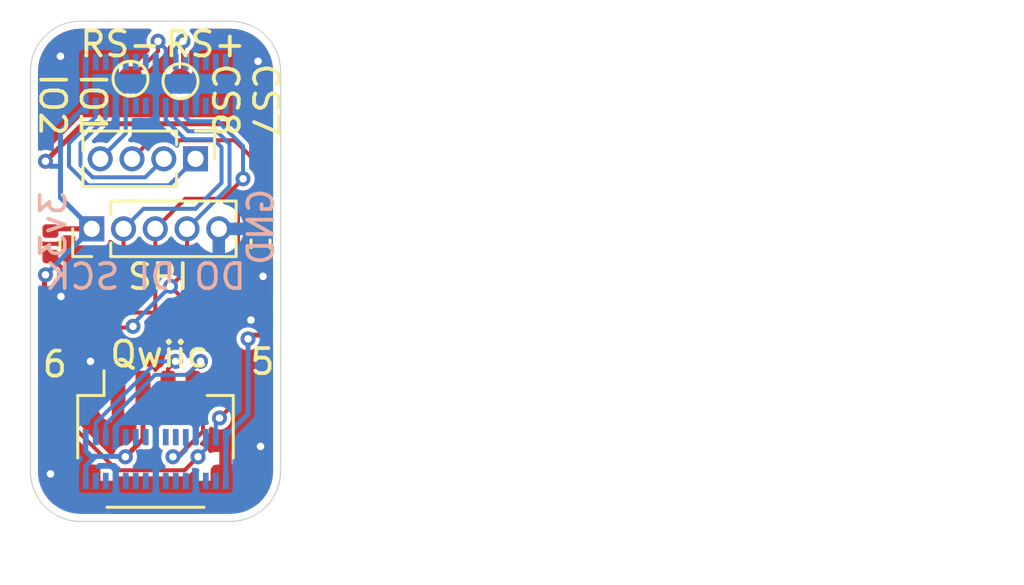
<source format=kicad_pcb>
(kicad_pcb (version 20240108) (generator "pcbnew") (generator_version "8.0")
  (title_block (title "2 connector sensor board") (date "2024-12-27") (rev "V1") (company "Author: Asher Edwards"))
  (layers (0 "F.Cu" signal) (31 "B.Cu" signal) (34 "B.Paste" user) (35 "F.Paste" user) (36 "B.SilkS" user "B.Silkscreen") (37 "F.SilkS" user "F.Silkscreen") (38 "B.Mask" user) (39 "F.Mask" user) (44 "Edge.Cuts" user))
  (net 0 "")
  (net 1 "GND")
  (net 2 "MOSI1")
  (net 3 "VDD")
  (net 4 "MISO1")
  (net 5 "CS5")
  (net 6 "SCK1")
  (net 7 "CS8")
  (net 8 "Free1")
  (net 9 "SCL1")
  (net 10 "RS485+")
  (net 11 "RS485-")
  (net 12 "SDA1")
  (net 13 "CS7")
  (net 14 "CS6")
  (net 15 "Free2")
  (footprint "Connector_PinHeader_1.27mm:PinHeader_1x05_P1.27mm_Vertical" (layer "F.Cu") (at 141.95 100.6 90)
    (property "Reference" "J1" (hide yes))
    (property "Value" "SPI")
    (fp_line (start -1.11 -0.76) (end 0 -0.76) (stroke (width 0.12)) (layer "F.SilkS"))
    (fp_line (start -1.11 0) (end -1.11 -0.76) (stroke (width 0.12)) (layer "F.SilkS"))
    (fp_line (start 1.11 0.76) (end 1.11 5.775) (stroke (width 0.12)) (layer "F.SilkS"))
    (fp_line (start 0.563471 0.76) (end 1.11 0.76) (stroke (width 0.12)) (layer "F.SilkS"))
    (fp_line (start -1.11 0.76) (end -0.563471 0.76) (stroke (width 0.12)) (layer "F.SilkS"))
    (fp_line (start -1.11 0.76) (end -1.11 5.775) (stroke (width 0.12)) (layer "F.SilkS"))
    (fp_line (start 0.30753 5.775) (end 1.11 5.775) (stroke (width 0.12)) (layer "F.SilkS"))
    (fp_line (start -1.11 5.775) (end -0.30753 5.775) (stroke (width 0.12)) (layer "F.SilkS"))
    (pad "1" thru_hole rect (at 0 0 90) (size 1 1) (drill 0.65) (layers "*.Cu" "*.Mask") (net 3 "VDD"))
    (pad "2" thru_hole oval (at 0 1.27 90) (size 1 1) (drill 0.65) (layers "*.Cu" "*.Mask") (net 6 "SCK1"))
    (pad "3" thru_hole oval (at 0 2.54 90) (size 1 1) (drill 0.65) (layers "*.Cu" "*.Mask") (net 4 "MISO1"))
    (pad "4" thru_hole oval (at 0 3.81 90) (size 1 1) (drill 0.65) (layers "*.Cu" "*.Mask") (net 2 "MOSI1"))
    (pad "5" thru_hole oval (at 0 5.08 90) (size 1 1) (drill 0.65) (layers "*.Cu" "*.Mask") (net 1 "GND"))
  )
  (footprint "Connector_JST:JST_SH_SM04B-SRSS-TB_1x04-1MP_P1.00mm_Horizontal" (layer "F.Cu") (at 144.5 109.05)
    (property "Reference" "J7" (hide yes))
    (property "Value" "JST SH")
    (fp_line (start -3.11 -1.785) (end -2.06 -1.785) (stroke (width 0.12)) (layer "F.SilkS"))
    (fp_line (start -3.11 0.715) (end -3.11 -1.785) (stroke (width 0.12)) (layer "F.SilkS"))
    (fp_line (start -2.06 -1.785) (end -2.06 -2.775) (stroke (width 0.12)) (layer "F.SilkS"))
    (fp_line (start -1.94 2.685) (end 1.94 2.685) (stroke (width 0.12)) (layer "F.SilkS"))
    (fp_line (start 3.11 -1.785) (end 2.06 -1.785) (stroke (width 0.12)) (layer "F.SilkS"))
    (fp_line (start 3.11 0.715) (end 3.11 -1.785) (stroke (width 0.12)) (layer "F.SilkS"))
    (pad "1" smd roundrect (at -1.5 -2) (size 0.6 1.55) (layers "F.Cu" "F.Paste" "F.Mask") (net 1 "GND"))
    (pad "2" smd roundrect (at -0.5 -2) (size 0.6 1.55) (layers "F.Cu" "F.Paste" "F.Mask") (net 3 "VDD"))
    (pad "3" smd roundrect (at 0.5 -2) (size 0.6 1.55) (layers "F.Cu" "F.Paste" "F.Mask") (net 12 "SDA1"))
    (pad "4" smd roundrect (at 1.5 -2) (size 0.6 1.55) (layers "F.Cu" "F.Paste" "F.Mask") (net 9 "SCL1"))
    (pad "MP" smd roundrect (at -2.8 1.875) (size 1.2 1.8) (layers "F.Cu" "F.Paste" "F.Mask") (roundrect_rratio 0.208333) (net 1 "GND"))
    (pad "MP" smd roundrect (at 2.8 1.875) (size 1.2 1.8) (layers "F.Cu" "F.Paste" "F.Mask") (roundrect_rratio 0.208333) (net 1 "GND"))
  )
  (footprint "TestPoint:TestPoint_Pad_D1.0mm" (layer "F.Cu") (at 145.5 94.7 -90)
    (property "Reference" "TP2" (hide yes))
    (property "Value" "RS485+")
    (fp_circle (center 0 0) (end 0 0.7) (stroke (width 0.12)) (fill none) (layer "F.SilkS"))
    (pad "1" smd circle (at 0 0 270) (size 1 1) (layers "F.Cu" "F.Mask") (net 10 "RS485+"))
  )
  (footprint "Resistor_SMD:R_0402_1005Metric" (layer "F.Cu") (at 140.3 101.2 -90)
    (property "Reference" "R2" (hide yes))
    (property "Value" "10k")
    (fp_line (start -0.153641 0.38) (end 0.153641 0.38) (stroke (width 0.12)) (layer "F.SilkS"))
    (fp_line (start -0.153641 -0.38) (end 0.153641 -0.38) (stroke (width 0.12)) (layer "F.SilkS"))
    (pad "1" smd roundrect (at -0.51 0 270) (size 0.54 0.64) (layers "F.Cu" "F.Paste" "F.Mask") (net 3 "VDD"))
    (pad "2" smd roundrect (at 0.51 0 270) (size 0.54 0.64) (layers "F.Cu" "F.Paste" "F.Mask") (net 14 "CS6"))
  )
  (footprint "Connector_PinHeader_1.27mm:PinHeader_1x04_P1.27mm_Vertical" (layer "F.Cu") (at 146.1 97.8 -90)
    (property "Reference" "J3" (hide yes))
    (property "Value" "free pins")
    (fp_line (start -1.11 4.505) (end -0.30753 4.505) (stroke (width 0.12)) (layer "F.SilkS"))
    (fp_line (start 0.30753 4.505) (end 1.11 4.505) (stroke (width 0.12)) (layer "F.SilkS"))
    (fp_line (start -1.11 0.76) (end -1.11 4.505) (stroke (width 0.12)) (layer "F.SilkS"))
    (fp_line (start -1.11 0.76) (end -0.563471 0.76) (stroke (width 0.12)) (layer "F.SilkS"))
    (fp_line (start 0.563471 0.76) (end 1.11 0.76) (stroke (width 0.12)) (layer "F.SilkS"))
    (fp_line (start 1.11 0.76) (end 1.11 4.505) (stroke (width 0.12)) (layer "F.SilkS"))
    (fp_line (start -1.11 0) (end -1.11 -0.76) (stroke (width 0.12)) (layer "F.SilkS"))
    (fp_line (start -1.11 -0.76) (end 0 -0.76) (stroke (width 0.12)) (layer "F.SilkS"))
    (pad "1" thru_hole rect (at 0 0 270) (size 1 1) (drill 0.65) (layers "*.Cu" "*.Mask") (net 13 "CS7"))
    (pad "2" thru_hole oval (at 0 1.27 270) (size 1 1) (drill 0.65) (layers "*.Cu" "*.Mask") (net 7 "CS8"))
    (pad "3" thru_hole oval (at 0 2.54 270) (size 1 1) (drill 0.65) (layers "*.Cu" "*.Mask") (net 8 "Free1"))
    (pad "4" thru_hole oval (at 0 3.81 270) (size 1 1) (drill 0.65) (layers "*.Cu" "*.Mask") (net 15 "Free2"))
  )
  (footprint "custom_Interface_HID:fpc_7pin_0.3mm_connector Panasonic" (layer "F.Cu") (at 147.65 103.95 90)
    (property "Reference" "J2" (hide yes))
    (property "Value" "7 pin FPC 0.3mm Panasonic Y3b")
    (pad "1" smd rect (at -0.9 1.29 90) (size 0.23 0.44) (layers "F.Cu" "F.Mask") (net 3 "VDD"))
    (pad "2" smd rect (at -0.6 -1.47 90) (size 0.23 0.34) (layers "F.Cu" "F.Mask") (net 6 "SCK1"))
    (pad "3" smd rect (at -0.3 1.29 90) (size 0.23 0.44) (layers "F.Cu" "F.Mask") (net 1 "GND"))
    (pad "4" smd rect (at 0 -1.47 90) (size 0.23 0.34) (layers "F.Cu" "F.Mask") (net 4 "MISO1"))
    (pad "5" smd rect (at 0.3 1.29 90) (size 0.23 0.44) (layers "F.Cu" "F.Mask") (net 5 "CS5"))
    (pad "6" smd rect (at 0.6 -1.47 90) (size 0.23 0.34) (layers "F.Cu" "F.Mask") (net 2 "MOSI1"))
    (pad "7" smd rect (at 0.9 1.29 90) (size 0.23 0.44) (layers "F.Cu" "F.Mask") (net 1 "GND"))
  )
  (footprint "Resistor_SMD:R_0402_1005Metric" (layer "F.Cu") (at 148.7 101.2 -90)
    (property "Reference" "R4" (hide yes))
    (property "Value" "10k")
    (fp_line (start -0.153641 0.38) (end 0.153641 0.38) (stroke (width 0.12)) (layer "F.SilkS"))
    (fp_line (start -0.153641 -0.38) (end 0.153641 -0.38) (stroke (width 0.12)) (layer "F.SilkS"))
    (pad "1" smd roundrect (at -0.51 0 270) (size 0.54 0.64) (layers "F.Cu" "F.Paste" "F.Mask") (net 3 "VDD"))
    (pad "2" smd roundrect (at 0.51 0 270) (size 0.54 0.64) (layers "F.Cu" "F.Paste" "F.Mask") (net 5 "CS5"))
  )
  (footprint "custom_Interface_HID:fpc_7pin_0.3mm_connector Panasonic" (layer "F.Cu") (at 141.35 103.95 -90)
    (property "Reference" "J5" (hide yes))
    (property "Value" "7 pin FPC 0.3mm Panasonic Y3b")
    (pad "1" smd rect (at -0.9 1.29 270) (size 0.23 0.44) (layers "F.Cu" "F.Mask") (net 3 "VDD"))
    (pad "2" smd rect (at -0.6 -1.47 270) (size 0.23 0.34) (layers "F.Cu" "F.Mask") (net 6 "SCK1"))
    (pad "3" smd rect (at -0.3 1.29 270) (size 0.23 0.44) (layers "F.Cu" "F.Mask") (net 1 "GND"))
    (pad "4" smd rect (at 0 -1.47 270) (size 0.23 0.34) (layers "F.Cu" "F.Mask") (net 4 "MISO1"))
    (pad "5" smd rect (at 0.3 1.29 270) (size 0.23 0.44) (layers "F.Cu" "F.Mask") (net 14 "CS6"))
    (pad "6" smd rect (at 0.6 -1.47 270) (size 0.23 0.34) (layers "F.Cu" "F.Mask") (net 2 "MOSI1"))
    (pad "7" smd rect (at 0.9 1.29 270) (size 0.23 0.44) (layers "F.Cu" "F.Mask") (net 1 "GND"))
  )
  (footprint "TestPoint:TestPoint_Pad_D1.0mm" (layer "F.Cu") (at 143.5 94.6 -90)
    (property "Reference" "TP1" (hide yes))
    (property "Value" "RS485-")
    (fp_circle (center 0 0) (end 0 0.7) (stroke (width 0.12)) (fill none) (layer "F.SilkS"))
    (pad "1" smd circle (at 0 0 270) (size 1 1) (layers "F.Cu" "F.Mask") (net 11 "RS485-"))
  )
  (footprint "custom_testpoints:TE_mezzanine_conn_3-2363962-0" (layer "B.Cu") (at 144.5 94.8 180)
    (property "Reference" "J4" (hide yes))
    (property "Value" "TE 3-2363962-0 Connector" (hide yes))
    (pad "1" smd rect (at -2.81 -0.88 180) (size 0.23 0.65) (layers "B.Cu" "B.Paste" "B.Mask") (net 3 "VDD"))
    (pad "2" smd rect (at -2.81 0.87 180) (size 0.23 0.65) (layers "B.Cu" "B.Paste" "B.Mask") (net 3 "VDD"))
    (pad "3" smd rect (at -2.41 -0.88 180) (size 0.23 0.65) (layers "B.Cu" "B.Paste" "B.Mask") (net 12 "SDA1"))
    (pad "4" smd rect (at -2.41 0.87 180) (size 0.23 0.65) (layers "B.Cu" "B.Paste" "B.Mask") (net 13 "CS7"))
    (pad "5" smd rect (at -2.01 -0.88 180) (size 0.23 0.65) (layers "B.Cu" "B.Paste" "B.Mask") (net 9 "SCL1"))
    (pad "6" smd rect (at -2.01 0.87 180) (size 0.23 0.65) (layers "B.Cu" "B.Paste" "B.Mask") (net 7 "CS8"))
    (pad "7" smd rect (at -1.61 -0.88 180) (size 0.23 0.65) (layers "B.Cu" "B.Paste" "B.Mask") (net 1 "GND"))
    (pad "8" smd rect (at -1.61 0.87 180) (size 0.23 0.65) (layers "B.Cu" "B.Paste" "B.Mask") (net 1 "GND"))
    (pad "9" smd rect (at -1.21 -0.88 180) (size 0.23 0.65) (layers "B.Cu" "B.Paste" "B.Mask") (net 4 "MISO1"))
    (pad "10" smd rect (at -1.21 0.87 180) (size 0.23 0.65) (layers "B.Cu" "B.Paste" "B.Mask") (net 15 "Free2"))
    (pad "11" smd rect (at -0.81 -0.88 180) (size 0.23 0.65) (layers "B.Cu" "B.Paste" "B.Mask") (net 2 "MOSI1"))
    (pad "12" smd rect (at -0.81 0.87 180) (size 0.23 0.65) (layers "B.Cu" "B.Paste" "B.Mask") (net 10 "RS485+"))
    (pad "13" smd rect (at -0.41 -0.88 180) (size 0.23 0.65) (layers "B.Cu" "B.Paste" "B.Mask") (net 6 "SCK1"))
    (pad "14" smd rect (at -0.41 0.87 180) (size 0.23 0.65) (layers "B.Cu" "B.Paste" "B.Mask") (net 11 "RS485-"))
    (pad "15" smd rect (at -0.01 -0.88 180) (size 0.23 0.65) (layers "B.Cu" "B.Paste" "B.Mask") (net 1 "GND"))
    (pad "16" smd rect (at -0.01 0.87 180) (size 0.23 0.65) (layers "B.Cu" "B.Paste" "B.Mask") (net 1 "GND"))
    (pad "17" smd rect (at 0.39 -0.88 180) (size 0.23 0.65) (layers "B.Cu" "B.Paste" "B.Mask") (net 11 "RS485-"))
    (pad "18" smd rect (at 0.39 0.87 180) (size 0.23 0.65) (layers "B.Cu" "B.Paste" "B.Mask") (net 6 "SCK1"))
    (pad "19" smd rect (at 0.79 -0.88 180) (size 0.23 0.65) (layers "B.Cu" "B.Paste" "B.Mask") (net 10 "RS485+"))
    (pad "20" smd rect (at 0.79 0.87 180) (size 0.23 0.65) (layers "B.Cu" "B.Paste" "B.Mask") (net 2 "MOSI1"))
    (pad "21" smd rect (at 1.19 -0.88 180) (size 0.23 0.65) (layers "B.Cu" "B.Paste" "B.Mask") (net 15 "Free2"))
    (pad "22" smd rect (at 1.19 0.87 180) (size 0.23 0.65) (layers "B.Cu" "B.Paste" "B.Mask") (net 4 "MISO1"))
    (pad "23" smd rect (at 1.59 -0.88 180) (size 0.23 0.65) (layers "B.Cu" "B.Paste" "B.Mask") (net 1 "GND"))
    (pad "24" smd rect (at 1.59 0.87 180) (size 0.23 0.65) (layers "B.Cu" "B.Paste" "B.Mask") (net 1 "GND"))
    (pad "25" smd rect (at 1.99 -0.88 180) (size 0.23 0.65) (layers "B.Cu" "B.Paste" "B.Mask") (net 7 "CS8"))
    (pad "26" smd rect (at 1.99 0.87 180) (size 0.23 0.65) (layers "B.Cu" "B.Paste" "B.Mask") (net 9 "SCL1"))
    (pad "27" smd rect (at 2.39 -0.88 180) (size 0.23 0.65) (layers "B.Cu" "B.Paste" "B.Mask") (net 13 "CS7"))
    (pad "28" smd rect (at 2.39 0.87 180) (size 0.23 0.65) (layers "B.Cu" "B.Paste" "B.Mask") (net 12 "SDA1"))
    (pad "29" smd rect (at 2.79 -0.88 180) (size 0.23 0.65) (layers "B.Cu" "B.Paste" "B.Mask") (net 3 "VDD"))
    (pad "30" smd rect (at 2.79 0.87 180) (size 0.23 0.65) (layers "B.Cu" "B.Paste" "B.Mask") (net 3 "VDD"))
    (pad "MP" smd rect (at -3.61 -0.57 180) (size 0.45 0.53) (layers "B.Cu" "B.Paste" "B.Mask") (net 1 "GND"))
    (pad "MP" smd rect (at -3.61 0.56 180) (size 0.45 0.53) (layers "B.Cu" "B.Paste" "B.Mask") (net 1 "GND"))
    (pad "MP" smd rect (at 3.59 -0.57 180) (size 0.45 0.53) (layers "B.Cu" "B.Paste" "B.Mask") (net 1 "GND"))
    (pad "MP" smd rect (at 3.59 0.56 180) (size 0.45 0.53) (layers "B.Cu" "B.Paste" "B.Mask") (net 1 "GND"))
  )
  (footprint "custom_testpoints:TE_mezzanine_conn_3-2363962-0" (layer "B.Cu") (at 144.5 109.8 180)
    (property "Reference" "J15" (hide yes))
    (property "Value" "TE 3-2363962-0 Connector" (hide yes))
    (pad "1" smd rect (at -2.81 -0.88 180) (size 0.23 0.65) (layers "B.Cu" "B.Paste" "B.Mask") (net 3 "VDD"))
    (pad "2" smd rect (at -2.81 0.87 180) (size 0.23 0.65) (layers "B.Cu" "B.Paste" "B.Mask") (net 3 "VDD"))
    (pad "3" smd rect (at -2.41 -0.88 180) (size 0.23 0.65) (layers "B.Cu" "B.Paste" "B.Mask") (net 12 "SDA1"))
    (pad "4" smd rect (at -2.41 0.87 180) (size 0.23 0.65) (layers "B.Cu" "B.Paste" "B.Mask") (net 5 "CS5"))
    (pad "5" smd rect (at -2.01 -0.88 180) (size 0.23 0.65) (layers "B.Cu" "B.Paste" "B.Mask") (net 9 "SCL1"))
    (pad "6" smd rect (at -2.01 0.87 180) (size 0.23 0.65) (layers "B.Cu" "B.Paste" "B.Mask") (net 14 "CS6"))
    (pad "7" smd rect (at -1.61 -0.88 180) (size 0.23 0.65) (layers "B.Cu" "B.Paste" "B.Mask") (net 1 "GND"))
    (pad "8" smd rect (at -1.61 0.87 180) (size 0.23 0.65) (layers "B.Cu" "B.Paste" "B.Mask") (net 1 "GND"))
    (pad "9" smd rect (at -1.21 -0.88 180) (size 0.23 0.65) (layers "B.Cu" "B.Paste" "B.Mask") (net 4 "MISO1"))
    (pad "10" smd rect (at -1.21 0.87 180) (size 0.23 0.65) (layers "B.Cu" "B.Paste" "B.Mask") (net 8 "Free1"))
    (pad "11" smd rect (at -0.81 -0.88 180) (size 0.23 0.65) (layers "B.Cu" "B.Paste" "B.Mask") (net 2 "MOSI1"))
    (pad "12" smd rect (at -0.81 0.87 180) (size 0.23 0.65) (layers "B.Cu" "B.Paste" "B.Mask") (net 10 "RS485+"))
    (pad "13" smd rect (at -0.41 -0.88 180) (size 0.23 0.65) (layers "B.Cu" "B.Paste" "B.Mask") (net 6 "SCK1"))
    (pad "14" smd rect (at -0.41 0.87 180) (size 0.23 0.65) (layers "B.Cu" "B.Paste" "B.Mask") (net 11 "RS485-"))
    (pad "15" smd rect (at -0.01 -0.88 180) (size 0.23 0.65) (layers "B.Cu" "B.Paste" "B.Mask") (net 1 "GND"))
    (pad "16" smd rect (at -0.01 0.87 180) (size 0.23 0.65) (layers "B.Cu" "B.Paste" "B.Mask") (net 1 "GND"))
    (pad "17" smd rect (at 0.39 -0.88 180) (size 0.23 0.65) (layers "B.Cu" "B.Paste" "B.Mask") (net 11 "RS485-"))
    (pad "18" smd rect (at 0.39 0.87 180) (size 0.23 0.65) (layers "B.Cu" "B.Paste" "B.Mask") (net 6 "SCK1"))
    (pad "19" smd rect (at 0.79 -0.88 180) (size 0.23 0.65) (layers "B.Cu" "B.Paste" "B.Mask") (net 10 "RS485+"))
    (pad "20" smd rect (at 0.79 0.87 180) (size 0.23 0.65) (layers "B.Cu" "B.Paste" "B.Mask") (net 2 "MOSI1"))
    (pad "21" smd rect (at 1.19 -0.88 180) (size 0.23 0.65) (layers "B.Cu" "B.Paste" "B.Mask") (net 8 "Free1"))
    (pad "22" smd rect (at 1.19 0.87 180) (size 0.23 0.65) (layers "B.Cu" "B.Paste" "B.Mask") (net 4 "MISO1"))
    (pad "23" smd rect (at 1.59 -0.88 180) (size 0.23 0.65) (layers "B.Cu" "B.Paste" "B.Mask") (net 1 "GND"))
    (pad "24" smd rect (at 1.59 0.87 180) (size 0.23 0.65) (layers "B.Cu" "B.Paste" "B.Mask") (net 1 "GND"))
    (pad "25" smd rect (at 1.99 -0.88 180) (size 0.23 0.65) (layers "B.Cu" "B.Paste" "B.Mask") (net 14 "CS6"))
    (pad "26" smd rect (at 1.99 0.87 180) (size 0.23 0.65) (layers "B.Cu" "B.Paste" "B.Mask") (net 9 "SCL1"))
    (pad "27" smd rect (at 2.39 -0.88 180) (size 0.23 0.65) (layers "B.Cu" "B.Paste" "B.Mask") (net 5 "CS5"))
    (pad "28" smd rect (at 2.39 0.87 180) (size 0.23 0.65) (layers "B.Cu" "B.Paste" "B.Mask") (net 12 "SDA1"))
    (pad "29" smd rect (at 2.79 -0.88 180) (size 0.23 0.65) (layers "B.Cu" "B.Paste" "B.Mask") (net 3 "VDD"))
    (pad "30" smd rect (at 2.79 0.87 180) (size 0.23 0.65) (layers "B.Cu" "B.Paste" "B.Mask") (net 3 "VDD"))
    (pad "MP" smd rect (at -3.61 -0.57 180) (size 0.45 0.53) (layers "B.Cu" "B.Paste" "B.Mask") (net 1 "GND"))
    (pad "MP" smd rect (at -3.61 0.56 180) (size 0.45 0.53) (layers "B.Cu" "B.Paste" "B.Mask") (net 1 "GND"))
    (pad "MP" smd rect (at 3.59 -0.57 180) (size 0.45 0.53) (layers "B.Cu" "B.Paste" "B.Mask") (net 1 "GND"))
    (pad "MP" smd rect (at 3.59 0.56 180) (size 0.45 0.53) (layers "B.Cu" "B.Paste" "B.Mask") (net 1 "GND"))
  )
  (gr_arc (start 141.5 112.3) (mid 140.085786 111.714214) (end 139.5 110.3) (stroke (width 0.05)) (layer "Edge.Cuts"))
  (gr_line (start 149.5 94.3) (end 149.5 110.3) (stroke (width 0.05)) (layer "Edge.Cuts"))
  (gr_line (start 141.5 92.3) (end 147.5 92.3) (stroke (width 0.05)) (layer "Edge.Cuts"))
  (gr_arc (start 149.5 110.3) (mid 148.914214 111.714214) (end 147.5 112.3) (stroke (width 0.05)) (layer "Edge.Cuts"))
  (gr_arc (start 147.5 92.3) (mid 148.914214 92.885786) (end 149.5 94.3) (stroke (width 0.05)) (layer "Edge.Cuts"))
  (gr_arc (start 139.5 94.3) (mid 140.085786 92.885786) (end 141.5 92.3) (stroke (width 0.05)) (layer "Edge.Cuts"))
  (gr_line (start 147.5 112.3) (end 141.5 112.3) (stroke (width 0.05)) (layer "Edge.Cuts"))
  (gr_line (start 139.5 110.3) (end 139.5 94.3) (stroke (width 0.05)) (layer "Edge.Cuts"))
  (gr_text "DO DI SCK" (at 148.2 103.1 0) (layer "B.SilkS") (effects (font (size 1 1)) (justify left bottom mirror)))
  (gr_text "3v3" (at 141 99 90) (layer "B.SilkS") (effects (font (size 1 1)) (justify left bottom mirror)))
  (gr_text "GND" (at 149.3 98.9 90) (layer "B.SilkS") (effects (font (size 1 1)) (justify left bottom mirror)))
  (gr_text "IO1\nIO2" (at 139.8 94.3 -90) (layer "F.SilkS") (effects (font (size 1 1)) (justify left bottom)))
  (gr_text "6" (at 139.9 106.6 0) (layer "F.SilkS") (effects (font (size 1 1)) (justify left bottom)))
  (gr_text "Qwiic" (at 142.6 106.2 0) (layer "F.SilkS") (effects (font (size 1 1)) (justify left bottom)))
  (gr_text "SPI\n" (at 143.3 103.1 0) (layer "F.SilkS") (effects (font (size 1 1)) (justify left bottom)))
  (gr_text "5" (at 148.2 106.5 0) (layer "F.SilkS") (effects (font (size 1 1)) (justify left bottom)))
  (gr_text "CS7\nCS8" (at 146.7 93.9 270) (layer "F.SilkS") (effects (font (size 1 1)) (justify left bottom)))
  (gr_text "RS+" (at 144.8 93.8 -0) (layer "F.SilkS") (effects (font (size 1 1)) (justify left bottom)))
  (gr_text "RS-" (at 141.4 93.8 -0) (layer "F.SilkS") (effects (font (size 1 1)) (justify left bottom)))
  (segment (start 148.94 104.25) (end 148.316195 104.25) (width 0.2) (layer "F.Cu") (net 1))
  (segment (start 148.316195 104.25) (end 148.314936 104.248741) (width 0.2) (layer "F.Cu") (net 1))
  (segment (start 140.06 103.65) (end 140.373699 103.65) (width 0.2) (layer "F.Cu") (net 1))
  (segment (start 148.94 103.05) (end 148.94 102.64) (width 0.2) (layer "F.Cu") (net 1))
  (segment (start 140.373699 103.65) (end 140.717934 103.305765) (width 0.2) (layer "F.Cu") (net 1))
  (segment (start 148.94 102.64) (end 148.8 102.5) (width 0.2) (layer "F.Cu") (net 1))
  (segment (start 143 107.05) (end 143 107) (width 0.2) (layer "F.Cu") (net 1))
  (segment (start 143 107) (end 141.9 105.9) (width 0.2) (layer "F.Cu") (net 1))
  (via (at 148.314936 104.248741) (size 0.6) (drill 0.3) (layers "F.Cu" "B.Cu") (net 1))
  (via (at 140.3 110.4) (size 0.6) (drill 0.3) (layers "F.Cu" "B.Cu") (net 1))
  (via (at 148.7 109.3) (size 0.6) (drill 0.3) (layers "F.Cu" "B.Cu") (net 1))
  (via (at 148.6 93.9) (size 0.6) (drill 0.3) (layers "F.Cu" "B.Cu") (net 1))
  (via (at 141.9 105.9) (size 0.6) (drill 0.3) (layers "F.Cu" "B.Cu") (net 1))
  (via (at 140.717934 103.305765) (size 0.6) (drill 0.3) (layers "F.Cu" "B.Cu") (net 1))
  (via (at 140.7 93.7) (size 0.6) (drill 0.3) (layers "F.Cu" "B.Cu") (net 1))
  (via (at 148.8 102.5) (size 0.6) (drill 0.3) (layers "F.Cu" "B.Cu") (net 1))
  (segment (start 146.18 103.35) (end 145.55 103.35) (width 0.16) (layer "F.Cu") (net 2))
  (segment (start 145.55 103.35) (end 145.1 102.9) (width 0.16) (layer "F.Cu") (net 2))
  (segment (start 145.1 102.9) (end 145.76 102.24) (width 0.16) (layer "F.Cu") (net 2))
  (segment (start 143.55 104.55) (end 142.82 104.55) (width 0.16) (layer "F.Cu") (net 2))
  (segment (start 143.6 104.5) (end 143.55 104.55) (width 0.16) (layer "F.Cu") (net 2))
  (segment (start 145.76 102.24) (end 145.76 100.6) (width 0.16) (layer "F.Cu") (net 2))
  (via (at 143.6 104.5) (size 0.6) (drill 0.3) (layers "F.Cu" "B.Cu") (net 2))
  (via (at 145.1 102.9) (size 0.6) (drill 0.3) (layers "F.Cu" "B.Cu") (net 2))
  (segment (start 145.81 96.7) (end 146.947452 96.7) (width 0.16) (layer "B.Cu") (net 2))
  (segment (start 146.947452 96.7) (end 147.46 97.212548) (width 0.16) (layer "B.Cu") (net 2))
  (segment (start 147.46 97.212548) (end 147.46 98.9) (width 0.16) (layer "B.Cu") (net 2))
  (segment (start 147.46 98.9) (end 145.76 100.6) (width 0.16) (layer "B.Cu") (net 2))
  (segment (start 143.6 104.4) (end 145.1 102.9) (width 0.16) (layer "B.Cu") (net 2))
  (segment (start 145.31 96.2) (end 145.81 96.7) (width 0.16) (layer "B.Cu") (net 2))
  (segment (start 145.31 95.68) (end 145.31 96.2) (width 0.16) (layer "B.Cu") (net 2))
  (segment (start 143.6 104.5) (end 143.6 104.4) (width 0.16) (layer "B.Cu") (net 2))
  (segment (start 148.35 104.85) (end 148.2 105) (width 0.2) (layer "F.Cu") (net 3))
  (segment (start 149.1 97.8) (end 149.1 100.29) (width 0.2) (layer "F.Cu") (net 3))
  (segment (start 144 109.011055) (end 143.296053 109.715002) (width 0.2) (layer "F.Cu") (net 3))
  (segment (start 140.06 103.05) (end 140.06 102.479997) (width 0.2) (layer "F.Cu") (net 3))
  (segment (start 140.1 97.9) (end 141.6 96.4) (width 0.2) (layer "F.Cu") (net 3))
  (segment (start 140.06 102.479997) (end 140.1 102.439997) (width 0.2) (layer "F.Cu") (net 3))
  (segment (start 140.39 100.6) (end 140.3 100.69) (width 0.2) (layer "F.Cu") (net 3))
  (segment (start 149.1 100.29) (end 148.7 100.69) (width 0.2) (layer "F.Cu") (net 3))
  (segment (start 147.7 96.4) (end 149.1 97.8) (width 0.2) (layer "F.Cu") (net 3))
  (segment (start 144 107.05) (end 144 109.011055) (width 0.2) (layer "F.Cu") (net 3))
  (segment (start 141.95 100.6) (end 140.39 100.6) (width 0.2) (layer "F.Cu") (net 3))
  (segment (start 148.94 104.85) (end 148.35 104.85) (width 0.2) (layer "F.Cu") (net 3))
  (segment (start 141.6 96.4) (end 147.7 96.4) (width 0.2) (layer "F.Cu") (net 3))
  (via (at 148.2 105) (size 0.6) (drill 0.3) (layers "F.Cu" "B.Cu") (net 3))
  (via (at 143.296053 109.715002) (size 0.6) (drill 0.3) (layers "F.Cu" "B.Cu") (net 3))
  (via (at 140.1 102.439997) (size 0.6) (drill 0.3) (layers "F.Cu" "B.Cu") (net 3))
  (via (at 140.1 97.9) (size 0.6) (drill 0.3) (layers "F.Cu" "B.Cu") (net 3))
  (segment (start 147.31 108.93) (end 147.31 110.68) (width 0.2) (layer "B.Cu") (net 3))
  (segment (start 141.95 100.6) (end 140.7 99.35) (width 0.2) (layer "B.Cu") (net 3))
  (segment (start 143.296053 109.715002) (end 143.281051 109.7) (width 0.2) (layer "B.Cu") (net 3))
  (segment (start 140.7 99.35) (end 140.7 98.1) (width 0.2) (layer "B.Cu") (net 3))
  (segment (start 140.7 96.69) (end 141.71 95.68) (width 0.2) (layer "B.Cu") (net 3))
  (segment (start 147.31 108.89) (end 147.31 108.93) (width 0.2) (layer "B.Cu") (net 3))
  (segment (start 148.2 105) (end 148.2 108) (width 0.2) (layer "B.Cu") (net 3))
  (segment (start 148.2 108) (end 147.31 108.89) (width 0.2) (layer "B.Cu") (net 3))
  (segment (start 141.71 109.49) (end 141.71 108.93) (width 0.2) (layer "B.Cu") (net 3))
  (segment (start 141.71 110.09) (end 142.1 109.7) (width 0.2) (layer "B.Cu") (net 3))
  (segment (start 140.7 98.1) (end 140.7 96.69) (width 0.2) (layer "B.Cu") (net 3))
  (segment (start 142.1 109.7) (end 141.92 109.7) (width 0.2) (layer "B.Cu") (net 3))
  (segment (start 143.281051 109.7) (end 142.1 109.7) (width 0.2) (layer "B.Cu") (net 3))
  (segment (start 140.3 98.1) (end 140.7 98.1) (width 0.2) (layer "B.Cu") (net 3))
  (segment (start 141.939997 100.6) (end 140.1 102.439997) (width 0.2) (layer "B.Cu") (net 3))
  (segment (start 141.95 100.6) (end 141.939997 100.6) (width 0.2) (layer "B.Cu") (net 3))
  (segment (start 141.92 109.7) (end 141.71 109.49) (width 0.2) (layer "B.Cu") (net 3))
  (segment (start 140.1 97.9) (end 140.3 98.1) (width 0.2) (layer "B.Cu") (net 3))
  (segment (start 141.71 110.68) (end 141.71 110.09) (width 0.2) (layer "B.Cu") (net 3))
  (segment (start 141.71 95.68) (end 141.71 93.93) (width 0.2) (layer "B.Cu") (net 3))
  (segment (start 144.5 103.95) (end 146.18 103.95) (width 0.16) (layer "F.Cu") (net 4))
  (segment (start 145.69 99.4) (end 144.49 100.6) (width 0.16) (layer "F.Cu") (net 4))
  (segment (start 148 98.6) (end 147.2 99.4) (width 0.16) (layer "F.Cu") (net 4))
  (segment (start 144.5 103.95) (end 144.49 103.94) (width 0.16) (layer "F.Cu") (net 4))
  (segment (start 147.2 99.4) (end 145.69 99.4) (width 0.16) (layer "F.Cu") (net 4))
  (segment (start 144.49 103.94) (end 144.49 100.6) (width 0.16) (layer "F.Cu") (net 4))
  (segment (start 142.82 103.95) (end 144.5 103.95) (width 0.16) (layer "F.Cu") (net 4))
  (via (at 148 98.6) (size 0.6) (drill 0.3) (layers "F.Cu" "B.Cu") (net 4))
  (segment (start 147 96.3) (end 145.862548 96.3) (width 0.16) (layer "B.Cu") (net 4))
  (segment (start 148 97.3) (end 147 96.3) (width 0.16) (layer "B.Cu") (net 4))
  (segment (start 145.862548 96.3) (end 145.71 96.147452) (width 0.16) (layer "B.Cu") (net 4))
  (segment (start 145.71 96.147452) (end 145.71 95.68) (width 0.16) (layer "B.Cu") (net 4))
  (segment (start 148 98.6) (end 148 97.3) (width 0.16) (layer "B.Cu") (net 4))
  (segment (start 148.7 101.71) (end 148.15 102.26) (width 0.16) (layer "F.Cu") (net 5))
  (segment (start 148.15 102.26) (end 148.15 103.65) (width 0.16) (layer "F.Cu") (net 5))
  (segment (start 148.15 103.65) (end 147.5 104.3) (width 0.16) (layer "F.Cu") (net 5))
  (segment (start 147.5 107.724013) (end 147.058203 108.16581) (width 0.16) (layer "F.Cu") (net 5))
  (segment (start 148.15 103.65) (end 148.94 103.65) (width 0.16) (layer "F.Cu") (net 5))
  (segment (start 147.5 104.3) (end 147.5 107.724013) (width 0.16) (layer "F.Cu") (net 5))
  (via (at 147.058203 108.16581) (size 0.6) (drill 0.3) (layers "F.Cu" "B.Cu") (net 5))
  (segment (start 146.91 108.314013) (end 147.058203 108.16581) (width 0.16) (layer "B.Cu") (net 5))
  (segment (start 146.91 108.93) (end 146.91 108.314013) (width 0.16) (layer "B.Cu") (net 5))
  (segment (start 142.765 103.35) (end 142.82 103.35) (width 0.16) (layer "F.Cu") (net 6))
  (segment (start 142.41 103.705) (end 142.765 103.35) (width 0.16) (layer "F.Cu") (net 6))
  (segment (start 143.05 103.35) (end 143.22 103.18) (width 0.16) (layer "F.Cu") (net 6))
  (segment (start 142.82 103.35) (end 143.05 103.35) (width 0.16) (layer "F.Cu") (net 6))
  (segment (start 145.63 105.1) (end 142.7 105.1) (width 0.16) (layer "F.Cu") (net 6))
  (segment (start 142.7 105.1) (end 142.41 104.81) (width 0.16) (layer "F.Cu") (net 6))
  (segment (start 143.22 103.18) (end 143.22 100.6) (width 0.16) (layer "F.Cu") (net 6))
  (segment (start 146.18 104.55) (end 145.63 105.1) (width 0.16) (layer "F.Cu") (net 6))
  (segment (start 142.41 104.81) (end 142.41 103.705) (width 0.16) (layer "F.Cu") (net 6))
  (segment (start 147.14 97.345096) (end 147.14 98.76) (width 0.16) (layer "B.Cu") (net 6))
  (segment (start 144.91 95.68) (end 144.91 96.252548) (width 0.16) (layer "B.Cu") (net 6))
  (segment (start 144.02 99.8) (end 143.22 100.6) (width 0.16) (layer "B.Cu") (net 6))
  (segment (start 146.1 99.8) (end 144.02 99.8) (width 0.16) (layer "B.Cu") (net 6))
  (segment (start 145.677452 97.02) (end 146.814904 97.02) (width 0.16) (layer "B.Cu") (net 6))
  (segment (start 144.91 96.252548) (end 145.677452 97.02) (width 0.16) (layer "B.Cu") (net 6))
  (segment (start 146.814904 97.02) (end 147.14 97.345096) (width 0.16) (layer "B.Cu") (net 6))
  (segment (start 147.14 98.76) (end 146.1 99.8) (width 0.16) (layer "B.Cu") (net 6))
  (segment (start 144.83 97.8) (end 144.09 98.54) (width 0.16) (layer "B.Cu") (net 7))
  (segment (start 141.983481 98.54) (end 141.5 98.056519) (width 0.16) (layer "B.Cu") (net 7))
  (segment (start 141.5 98.056519) (end 141.5 97.180832) (width 0.16) (layer "B.Cu") (net 7))
  (segment (start 142.51 96.170832) (end 142.51 95.68) (width 0.16) (layer "B.Cu") (net 7))
  (segment (start 144.09 98.54) (end 141.983481 98.54) (width 0.16) (layer "B.Cu") (net 7))
  (segment (start 141.5 97.180832) (end 142.51 96.170832) (width 0.16) (layer "B.Cu") (net 7))
  (segment (start 148.6 98) (end 148.6 98.763676) (width 0.16) (layer "F.Cu") (net 8))
  (segment (start 146.9 104.5) (end 146.9 107.560337) (width 0.16) (layer "F.Cu") (net 8))
  (segment (start 147.8 99.563676) (end 147.8 101.4) (width 0.16) (layer "F.Cu") (net 8))
  (segment (start 146.9 107.560337) (end 146.4 108.060337) (width 0.16) (layer "F.Cu") (net 8))
  (segment (start 147.8 101.4) (end 146.9 102.3) (width 0.16) (layer "F.Cu") (net 8))
  (segment (start 143.56 97.8) (end 144.3 97.06) (width 0.16) (layer "F.Cu") (net 8))
  (segment (start 148.6 98.763676) (end 147.8 99.563676) (width 0.16) (layer "F.Cu") (net 8))
  (segment (start 147.66 97.06) (end 148.6 98) (width 0.16) (layer "F.Cu") (net 8))
  (segment (start 146.9 102.3) (end 146.9 104.5) (width 0.16) (layer "F.Cu") (net 8))
  (segment (start 146.4 108.060337) (end 146.4 108.7) (width 0.16) (layer "F.Cu") (net 8))
  (segment (start 146.4 108.7) (end 145.384998 109.715002) (width 0.16) (layer "F.Cu") (net 8))
  (segment (start 144.3 97.06) (end 147.66 97.06) (width 0.16) (layer "F.Cu") (net 8))
  (segment (start 145.384998 109.715002) (end 145.19617 109.715002) (width 0.16) (layer "F.Cu") (net 8))
  (via (at 145.19617 109.715002) (size 0.6) (drill 0.3) (layers "F.Cu" "B.Cu") (net 8))
  (segment (start 145.71 109.45) (end 145.71 108.93) (width 0.16) (layer "B.Cu") (net 8))
  (segment (start 145.19617 109.715002) (end 145.444998 109.715002) (width 0.16) (layer "B.Cu") (net 8))
  (segment (start 145.444998 109.715002) (end 145.71 109.45) (width 0.16) (layer "B.Cu") (net 8))
  (segment (start 146 106.2) (end 146.3 105.9) (width 0.16) (layer "F.Cu") (net 9))
  (segment (start 146 107.05) (end 146 106.2) (width 0.16) (layer "F.Cu") (net 9))
  (via (at 146.3 105.9) (size 0.6) (drill 0.3) (layers "F.Cu" "B.Cu") (net 9))
  (segment (start 144.48 106.44) (end 142.51 108.41) (width 0.16) (layer "B.Cu") (net 9))
  (segment (start 142.51 108.41) (end 142.51 108.93) (width 0.16) (layer "B.Cu") (net 9))
  (segment (start 145.76 106.44) (end 144.48 106.44) (width 0.16) (layer "B.Cu") (net 9))
  (segment (start 146.3 105.9) (end 145.76 106.44) (width 0.16) (layer "B.Cu") (net 9))
  (segment (start 145.6 93.1) (end 145.6 94.6) (width 0.16) (layer "F.Cu") (net 10))
  (segment (start 145.6 94.6) (end 145.5 94.7) (width 0.16) (layer "F.Cu") (net 10))
  (via (at 145.6 93.1) (size 0.6) (drill 0.3) (layers "F.Cu" "B.Cu") (net 10))
  (segment (start 145.6 93.1) (end 145.31 93.39) (width 0.16) (layer "B.Cu") (net 10))
  (segment (start 145.31 93.39) (end 145.31 93.93) (width 0.16) (layer "B.Cu") (net 10))
  (segment (start 144.6 93.5) (end 143.5 94.6) (width 0.16) (layer "F.Cu") (net 11))
  (segment (start 144.6 93.1) (end 144.6 93.5) (width 0.16) (layer "F.Cu") (net 11))
  (via (at 144.6 93.1) (size 0.6) (drill 0.3) (layers "F.Cu" "B.Cu") (net 11))
  (segment (start 144.6 93.1) (end 144.91 93.41) (width 0.16) (layer "B.Cu") (net 11))
  (segment (start 144.91 93.41) (end 144.91 93.93) (width 0.16) (layer "B.Cu") (net 11))
  (segment (start 145 107.05) (end 145 106.2) (width 0.16) (layer "F.Cu") (net 12))
  (segment (start 145 106.2) (end 145.3 105.9) (width 0.16) (layer "F.Cu") (net 12))
  (via (at 145.3 105.9) (size 0.6) (drill 0.3) (layers "F.Cu" "B.Cu") (net 12))
  (segment (start 142.11 108.357452) (end 142.11 108.93) (width 0.16) (layer "B.Cu") (net 12))
  (segment (start 144.567452 105.9) (end 142.11 108.357452) (width 0.16) (layer "B.Cu") (net 12))
  (segment (start 145.3 105.9) (end 144.567452 105.9) (width 0.16) (layer "B.Cu") (net 12))
  (segment (start 142.11 96.118284) (end 142.11 95.68) (width 0.16) (layer "B.Cu") (net 13))
  (segment (start 141.04 97.188284) (end 142.11 96.118284) (width 0.16) (layer "B.Cu") (net 13))
  (segment (start 141.8 98.86) (end 141.04 98.1) (width 0.16) (layer "B.Cu") (net 13))
  (segment (start 145.04 98.86) (end 141.8 98.86) (width 0.16) (layer "B.Cu") (net 13))
  (segment (start 141.04 98.1) (end 141.04 97.188284) (width 0.16) (layer "B.Cu") (net 13))
  (segment (start 146.1 97.8) (end 145.04 98.86) (width 0.16) (layer "B.Cu") (net 13))
  (segment (start 141.3 103.7) (end 140.75 104.25) (width 0.16) (layer "F.Cu") (net 14))
  (segment (start 140.75 108.05) (end 140.75 104.25) (width 0.16) (layer "F.Cu") (net 14))
  (segment (start 142.955002 110.255002) (end 140.75 108.05) (width 0.16) (layer "F.Cu") (net 14))
  (segment (start 140.3 101.71) (end 141.3 102.71) (width 0.16) (layer "F.Cu") (net 14))
  (segment (start 140.75 104.25) (end 140.06 104.25) (width 0.16) (layer "F.Cu") (net 14))
  (segment (start 145.66 110.255002) (end 142.955002 110.255002) (width 0.16) (layer "F.Cu") (net 14))
  (segment (start 146.2 109.715002) (end 145.66 110.255002) (width 0.16) (layer "F.Cu") (net 14))
  (segment (start 141.3 102.71) (end 141.3 103.7) (width 0.16) (layer "F.Cu") (net 14))
  (via (at 146.2 109.715002) (size 0.6) (drill 0.3) (layers "F.Cu" "B.Cu") (net 14))
  (segment (start 146.51 108.93) (end 146.51 109.405002) (width 0.16) (layer "B.Cu") (net 14))
  (segment (start 146.51 109.405002) (end 146.2 109.715002) (width 0.16) (layer "B.Cu") (net 14))
  (segment (start 142.29 97.8) (end 143.31 96.78) (width 0.16) (layer "B.Cu") (net 15))
  (segment (start 143.31 96.78) (end 143.31 95.68) (width 0.16) (layer "B.Cu") (net 15))
  (zone (net 1) (net_name "GND") (layers "F&B.Cu") (connect_pads thru_hole_only (clearance 0.16)) (min_thickness 0.16) (fill yes (thermal_gap 0.5) (thermal_bridge_width 0.5))
    (polygon (pts (xy 139.5 92.35) (xy 149.5 92.35) (xy 149.5 112.3) (xy 139.5 112.3)))
  )
  (zone (net 0) (net_name "") (layer "B.Cu") (connect_pads thru_hole_only (clearance 0)) (min_thickness 0.16)
    (keepout (tracks allowed) (vias allowed) (pads allowed) (copperpour not_allowed) (footprints allowed))
    (fill (thermal_gap 0.5) (thermal_bridge_width 0.5))
    (polygon (pts (xy 142.625 101.105) (xy 143.025 101.105) (xy 143.1 100.6)))
  )
)
</source>
